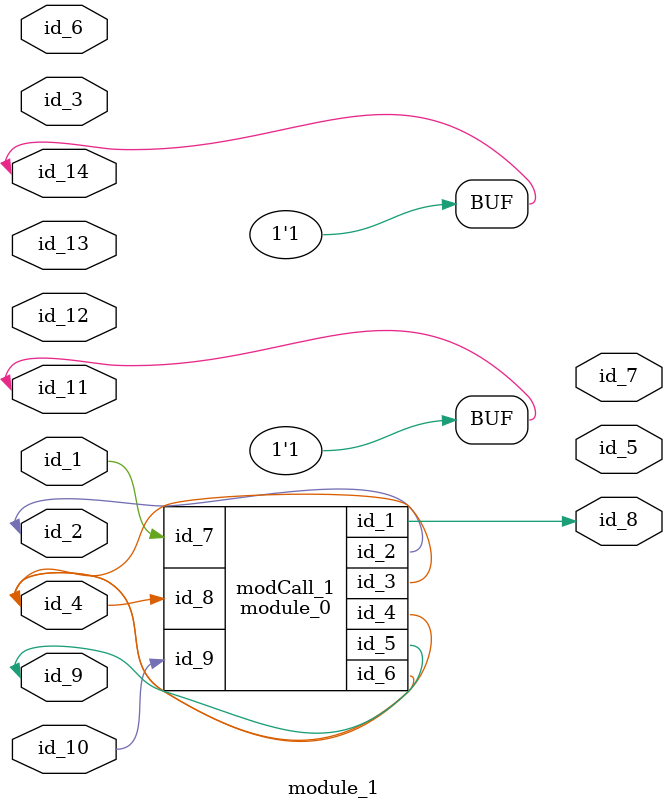
<source format=v>
module module_0 (
    id_1,
    id_2,
    id_3,
    id_4,
    id_5,
    id_6,
    id_7,
    id_8,
    id_9
);
  input wire id_9;
  input wire id_8;
  input wire id_7;
  inout wire id_6;
  output wire id_5;
  output wire id_4;
  inout wire id_3;
  inout wire id_2;
  output wire id_1;
  wire id_10;
  assign id_3 = (id_3);
endmodule
module module_1 (
    id_1,
    id_2,
    id_3,
    id_4,
    id_5,
    id_6,
    id_7,
    id_8,
    id_9,
    id_10,
    id_11,
    id_12,
    id_13,
    id_14
);
  inout wire id_14;
  input wire id_13;
  input wire id_12;
  inout wire id_11;
  input wire id_10;
  inout wire id_9;
  output wire id_8;
  output wire id_7;
  input wire id_6;
  output wire id_5;
  inout wire id_4;
  input wire id_3;
  inout wire id_2;
  inout wire id_1;
  always @(1) id_14 <= 1;
  assign id_11 = 1;
  wire id_15;
  module_0 modCall_1 (
      id_8,
      id_2,
      id_4,
      id_4,
      id_9,
      id_4,
      id_1,
      id_4,
      id_10
  );
endmodule

</source>
